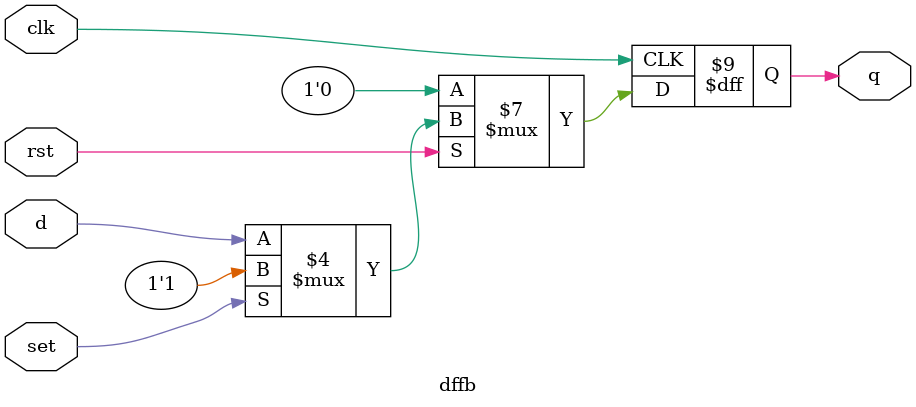
<source format=v>

/**************************************************
P1.1 BEHAVIORAL POSITIVE EDGE TRIGGERED D-FLIPFLOP   
SYNCHRONOUS ACTIVE LOW RESET & ACTIVE HIGH SET
************************************************/


module dffb(q,d,clk,rst,set);

	input d,clk,rst,set;
	output reg q;

	always@(posedge clk)
		if(!rst)
			q <= 1'b0;
		else if(set)
			q <= 1'b1;
		else
			q <= d;

endmodule
</source>
